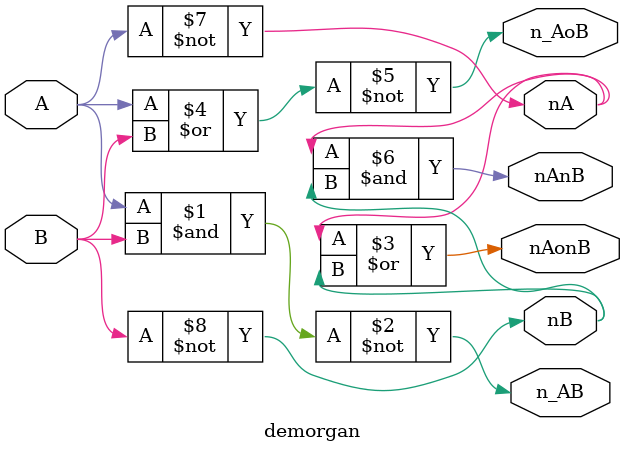
<source format=v>
module demorgan
(
	input A,
	input B,
	output nA,
	output nB,
	output n_AB,
	output nAonB,
	output n_AoB,
	output nAnB
);

wire nA;
wire nB;

not Ainv(nA, A);
not Binv(nB, B);

nand na(n_AB, A, B);
or non(nAonB, nA, nB);
nor no(n_AoB, A, B);
and nn(nAnB,nA, nB);

endmodule

</source>
